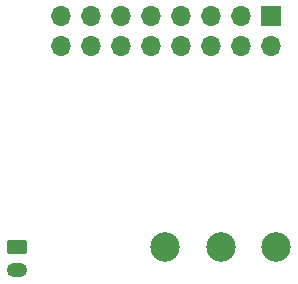
<source format=gbr>
%TF.GenerationSoftware,KiCad,Pcbnew,8.0.1*%
%TF.CreationDate,2024-03-24T23:40:04+02:00*%
%TF.ProjectId,circuit schematic,63697263-7569-4742-9073-6368656d6174,rev?*%
%TF.SameCoordinates,Original*%
%TF.FileFunction,Soldermask,Bot*%
%TF.FilePolarity,Negative*%
%FSLAX46Y46*%
G04 Gerber Fmt 4.6, Leading zero omitted, Abs format (unit mm)*
G04 Created by KiCad (PCBNEW 8.0.1) date 2024-03-24 23:40:04*
%MOMM*%
%LPD*%
G01*
G04 APERTURE LIST*
G04 Aperture macros list*
%AMRoundRect*
0 Rectangle with rounded corners*
0 $1 Rounding radius*
0 $2 $3 $4 $5 $6 $7 $8 $9 X,Y pos of 4 corners*
0 Add a 4 corners polygon primitive as box body*
4,1,4,$2,$3,$4,$5,$6,$7,$8,$9,$2,$3,0*
0 Add four circle primitives for the rounded corners*
1,1,$1+$1,$2,$3*
1,1,$1+$1,$4,$5*
1,1,$1+$1,$6,$7*
1,1,$1+$1,$8,$9*
0 Add four rect primitives between the rounded corners*
20,1,$1+$1,$2,$3,$4,$5,0*
20,1,$1+$1,$4,$5,$6,$7,0*
20,1,$1+$1,$6,$7,$8,$9,0*
20,1,$1+$1,$8,$9,$2,$3,0*%
G04 Aperture macros list end*
%ADD10R,1.700000X1.700000*%
%ADD11O,1.700000X1.700000*%
%ADD12C,2.500000*%
%ADD13RoundRect,0.250000X-0.625000X0.350000X-0.625000X-0.350000X0.625000X-0.350000X0.625000X0.350000X0*%
%ADD14O,1.750000X1.200000*%
G04 APERTURE END LIST*
D10*
%TO.C,J3*%
X134500000Y-52500000D03*
D11*
X134500000Y-55040000D03*
X131960000Y-52500000D03*
X131960000Y-55040000D03*
X129420000Y-52500000D03*
X129420000Y-55040000D03*
X126880000Y-52500000D03*
X126880000Y-55040000D03*
X124340000Y-52500000D03*
X124340000Y-55040000D03*
X121800000Y-52500000D03*
X121800000Y-55040000D03*
X119260000Y-52500000D03*
X119260000Y-55040000D03*
X116720000Y-52500000D03*
X116720000Y-55040000D03*
%TD*%
D12*
%TO.C,SW1*%
X134900000Y-72000000D03*
X130200000Y-72000000D03*
X125500000Y-72000000D03*
%TD*%
D13*
%TO.C,J2*%
X113000000Y-72000000D03*
D14*
X113000000Y-74000000D03*
%TD*%
M02*

</source>
